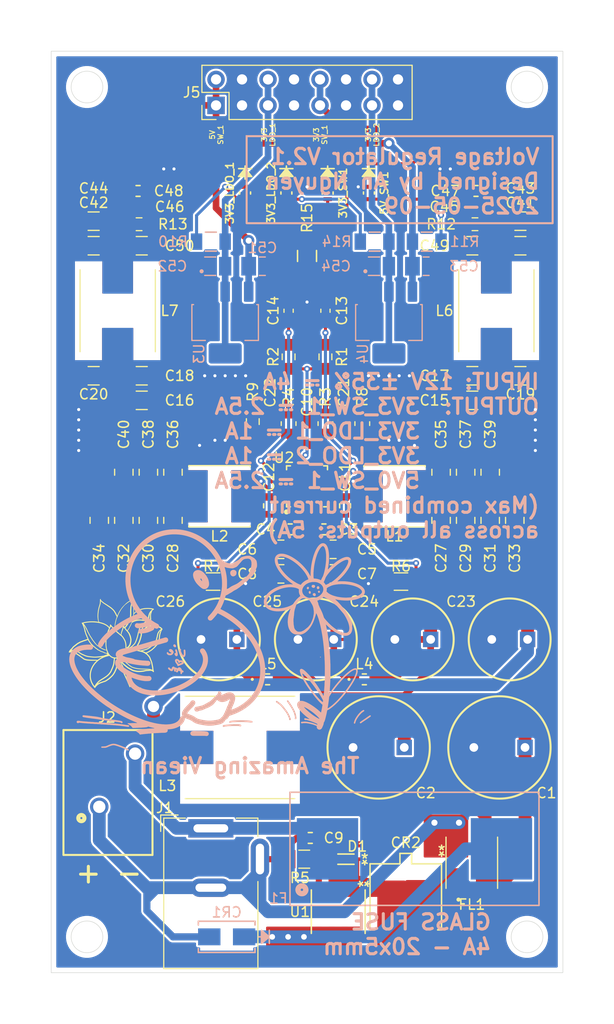
<source format=kicad_pcb>
(kicad_pcb (version 20241229) (generator "pcbnew") (generator_version "9.0")
  (layers (0 "F.Cu" signal) (2 "B.Cu" signal) (13 "F.Paste" user) (15 "B.Paste" user) (5 "F.SilkS" user "F.Silkscreen") (7 "B.SilkS" user "B.Silkscreen") (1 "F.Mask" user) (3 "B.Mask" user) (25 "Edge.Cuts" user))
  (net 0 "")
  (net 1 "PGND")
  (net 2 "Net-(3V3_LDO_1-Pad2)")
  (net 3 "Net-(3V3_LDO_2-Pad2)")
  (net 4 "Net-(3V3_SW1-Pad2)")
  (net 5 "Net-(5V_SW1-Pad2)")
  (net 6 "Net-(C1-+)")
  (net 7 "Vin_1")
  (net 8 "Vin_2")
  (net 9 "Zener")
  (net 10 "SYS_GND")
  (net 11 "VREG5")
  (net 12 "Net-(U2-VBST1)")
  (net 13 "SW1")
  (net 14 "SW2")
  (net 15 "Net-(U2-VBST2)")
  (net 16 "PG1")
  (net 17 "PG2")
  (net 18 "3.3V_1")
  (net 19 "5.0V_1")
  (net 20 "VFB1")
  (net 21 "VFB2")
  (net 22 "Net-(C23-+)")
  (net 23 "3.3V_2")
  (net 24 "5.0V_2")
  (net 25 "3.3V_LDO_1")
  (net 26 "3.3V_LDO_2")
  (net 27 "Net-(CR1-Pad1)")
  (net 28 "V_Source")
  (net 29 "V_Bat")
  (net 30 "EN1")
  (net 31 "EN2")
  (footprint "PWR_MOD:CAPC3216X180N" (layer "F.Cu") (at 166.1 48.95 180)
    (property "Reference" "C49")
    (property "Value" "22µF" (hide yes))
  )
  (footprint "PWR_MOD:IND_1608_TDK" (layer "F.Cu") (at 155.55 91.3)
    (property "Reference" "L4")
    (property "Value" "3A" (hide yes))
  )
  (footprint "PWR_MOD:LED_SMLD12_ROM" (layer "F.Cu") (at 147.933333 43.8 -90)
    (property "Reference" "3V3_LDO_2")
    (property "Value" "LED_1.9V_Forward_SML-E12DWT86" (hide yes))
  )
  (footprint "PWR_MOD:CAPC3216X180N" (layer "F.Cu") (at 133.8 61.65)
    (property "Reference" "C18")
    (property "Value" "22µF" (hide yes))
  )
  (footprint "PWR_MOD:CAPC3216X180N" (layer "F.Cu") (at 129.1 46.55 180)
    (property "Reference" "C44")
    (property "Value" "22µF" (hide yes))
  )
  (footprint "PWR_MOD:CAPC1608X90N" (layer "F.Cu") (at 153.55 66.3 -90)
    (property "Reference" "C21")
    (property "Value" "0.01µF" (hide yes))
  )
  (footprint "PWR_MOD:CAPC3216X140N" (layer "F.Cu") (at 147.3996 78.6 180)
    (property "Reference" "C6")
    (property "Value" "10µF" (hide yes))
  )
  (footprint "PWR_MOD:CAPC3216X140N" (layer "F.Cu") (at 165.45 75.771968 -90)
    (property "Reference" "C29")
    (property "Value" "10µF" (hide yes))
  )
  (footprint "Symbol:Lotus" (layer "F.Cu") (at 131.316467 87.770119)
    (property "Reference" "G***" (hide yes))
    (property "Value" "LOGO" (hide yes))
  )
  (footprint "PWR_MOD:CAPPRD350W65D800H1300" (layer "F.Cu") (at 143.093 87.4 180)
    (property "Reference" "C26")
    (property "Value" "220µF" (hide yes))
  )
  (footprint "PWR_MOD:RC1206N_YAG" (layer "F.Cu") (at 149.95 49.95 90)
    (property "Reference" "R15")
    (property "Value" "73.2Ω" (hide yes))
  )
  (footprint "PWR_MOD:CAPC3216X140N" (layer "F.Cu") (at 167.85 75.771968 -90)
    (property "Reference" "C31")
    (property "Value" "10µF" (hide yes))
  )
  (footprint "PWR_MOD:RES_ERJP06D1003V" (layer "F.Cu") (at 148.15 59.8 90)
    (property "Reference" "R2")
    (property "Value" "100kΩ" (hide yes))
  )
  (footprint "PWR_MOD:CAP_CL10_SAM" (layer "F.Cu") (at 150.2672 106.7904 180)
    (property "Reference" "C9")
    (property "Value" "0.1µF" (hide yes))
  )
  (footprint "PWR_MOD:CAPC3216X140N" (layer "F.Cu") (at 132.05 71.071968 90)
    (property "Reference" "C40")
    (property "Value" "10µF" (hide yes))
  )
  (footprint "PWR_MOD:CAPC3216X140N" (layer "F.Cu") (at 165.45 71.071968 90)
    (property "Reference" "C37")
    (property "Value" "10µF" (hide yes))
  )
  (footprint "PWR_MOD:CAPC3216X140N" (layer "F.Cu") (at 132.05 75.771968 -90)
    (property "Reference" "C32")
    (property "Value" "10µF" (hide yes))
  )
  (footprint "PWR_MOD:CAPC3216X140N" (layer "F.Cu") (at 134.45 71.071968 90)
    (property "Reference" "C38")
    (property "Value" "10µF" (hide yes))
  )
  (footprint "PWR_MOD:CAPC3216X140N" (layer "F.Cu") (at 167.85 71.071968 90)
    (property "Reference" "C39")
    (property "Value" "10µF" (hide yes))
  )
  (footprint "PWR_MOD:CAP_CL10_SAM" (layer "F.Cu") (at 146.234468 74.35 90)
    (property "Reference" "C12")
    (property "Value" "0.1µF" (hide yes))
  )
  (footprint "PWR_MOD:RES_ERJ-PB6B1243V" (layer "F.Cu") (at 144.65 66.125 -90)
    (property "Reference" "R9")
    (property "Value" "124kΩ" (hide yes))
  )
  (footprint "PWR_MOD:CAP_CL10_SAM" (layer "F.Cu") (at 151.5996 76.65)
    (property "Reference" "C3")
    (property "Value" "0.1µF" (hide yes))
  )
  (footprint "PWR_MOD:IND_ETQP4M330KFM" (layer "F.Cu") (at 131.45 55.3 90)
    (property "Reference" "L7")
    (property "Value" "33µH" (hide yes))
  )
  (footprint "PWR_MOD:CAPC1608X90N" (layer "F.Cu") (at 133.435 45.15)
    (property "Reference" "C46")
    (property "Value" "1µF" (hide yes))
  )
  (footprint "PWR_MOD:IND_ETQP4M330KFM" (layer "F.Cu") (at 168.45 55.3 90)
    (property "Reference" "L6")
    (property "Value" "33µH" (hide yes))
  )
  (footprint "PWR_MOD:CAPPRD350W65D800H1300" (layer "F.Cu") (at 152.562 87.4 180)
    (property "Reference" "C25")
    (property "Value" "220µF" (hide yes))
  )
  (footprint "PWR_MOD:CAPC1608X90N" (layer "F.Cu") (at 166.465 45.15 180)
    (property "Reference" "C45")
    (property "Value" "1µF" (hide yes))
  )
  (footprint "Connector_BarrelJack:BarrelJack_Wuerth_6941xx301002" (layer "F.Cu") (at 140.55 105.85)
    (property "Reference" "J1")
    (property "Value" "Barrel_Jack_MountingPin" (hide yes))
  )
  (footprint "PWR_MOD:RES_ERJP06D1003V" (layer "F.Cu") (at 151.75 59.8 90)
    (property "Reference" "R1")
    (property "Value" "100kΩ" (hide yes))
  )
  (footprint "PWR_MOD:LED_SMLD12_ROM" (layer "F.Cu") (at 143.9 43.8 -90)
    (property "Reference" "3V3_LDO_1")
    (property "Value" "LED_1.9V_Forward_SML-E12DWT86" (hide yes))
  )
  (footprint "PWR_MOD:RSA0016B-IPC_A" (layer "F.Cu") (at 149.95 72.446969 90)
    (property "Reference" "U2")
    (property "Value" "IC_TPS54394RSAR" (hide yes))
  )
  (footprint "PWR_MOD:CAPC1608X90" (layer "F.Cu") (at 148.15 55.3 -90)
    (property "Reference" "C14")
    (property "Value" "4.7nF" (hide yes))
  )
  (footprint "PWR_MOD:RES_ERJ-PB6B1243V" (layer "F.Cu") (at 166.36 46.85 180)
    (property "Reference" "R12")
    (property "Value" "124kΩ" (hide yes))
  )
  (footprint "PWR_MOD:CAPC3216X140N" (layer "F.Cu") (at 163.05 75.771968 -90)
    (property "Reference" "C27")
    (property "Value" "10µF" (hide yes))
  )
  (footprint "PWR_MOD:CAPC3216X180N" (layer "F.Cu") (at 170.8 48.95)
    (property "Reference" "C41")
    (property "Value" "22µF" (hide yes))
  )
  (footprint "PWR_MOD:RESC3015X65N" (layer "F.Cu") (at 140.77 81.75 180)
    (property "Reference" "R7")
    (property "Value" "10kΩ" (hide yes))
  )
  (footprint "PWR_MOD:CAPC3216X180N" (layer "F.Cu") (at 170.8 61.65)
    (property "Reference" "C19")
    (property "Value" "22µF" (hide yes))
  )
  (footprint "PWR_MOD:CAP_CL10_SAM" (layer "F.Cu") (at 166.46 43.6 180)
    (property "Reference" "C47")
    (property "Value" "0.1µF" (hide yes))
  )
  (footprint "PWR_MOD:CAPC3216X180N" (layer "F.Cu") (at 129.1 48.95 180)
    (property "Reference" "C42")
    (property "Value" "22µF" (hide yes))
  )
  (footprint "PWR_MOD:RESC3015X65N" (layer "F.Cu") (at 159.13 81.75)
    (property "Reference" "R6")
    (property "Value" "10kΩ" (hide yes))
  )
  (footprint "PWR_MOD:IND_VLS6045EX-3R3N" (layer "F.Cu") (at 158.5 73.421968)
    (property "Reference" "L1")
    (property "Value" "3.3µH" (hide yes))
  )
  (footprint "PWR_MOD:CAPC3216X140N" (layer "F.Cu") (at 136.85 71.071968 90)
    (property "Reference" "C36")
    (property "Value" "10µF" (hide yes))
  )
  (footprint "PWR_MOD:CAPC3216X140N" (layer "F.Cu") (at 147.3996 81 180)
    (property "Reference" "C8")
    (property "Value" "10µF" (hide yes))
  )
  (footprint "PWR_MOD:SOD323F_DIO" (layer "F.Cu") (at 153.7534 108.8632 180)
    (property "Reference" "D1")
    (property "Value" "16V" (hide yes))
  )
  (footprint "PWR_MOD:RESC2012X60N" (layer "F.Cu") (at 151.75 66.322 -90)
    (property "Reference" "R3")
    (property "Value" "22.1kΩ" (hide yes))
  )
  (footprint "PWR_MOD:RES_ERJ-PB6B1243V" (layer "F.Cu") (at 133.54 46.85)
    (property "Reference" "R13")
    (property "Value" "124kΩ" (hide yes))
  )
  (footprint "PWR_MOD:CAPC3216X180N" (layer "F.Cu") (at 166.1 64.05 180)
    (property "Reference" "C15")
    (property "Value" "22µF" (hide yes))
  )
  (footprint "PWR_MOD:CAPC3216X140N" (layer "F.Cu") (at 163.05 71.071968 90)
    (property "Reference" "C35")
    (property "Value" "10µF" (hide yes))
  )
  (footprint "PWR_MOD:CAPC3216X140N" (layer "F.Cu") (at 152.5 81)
    (property "Reference" "C7")
    (property "Value" "10µF" (hide yes))
  )
  (footprint "PWR_MOD:CAPPRD500W65D1000H1600" (layer "F.Cu") (at 159.45 97.95 180)
    (property "Reference" "C2")
    (property "Value" "1000µF" (hide yes))
  )
  (footprint "PWR_MOD:CAPPRD350W65D800H1300" (layer "F.Cu") (at 162.031 87.4 180)
    (property "Reference" "C24")
    (property "Value" "220µF" (hide yes))
  )
  (footprint "PWR_MOD:CAPC3216X140N" (layer "F.Cu") (at 152.5 78.6)
    (property "Reference" "C5")
    (property "Value" "10µF" (hide yes))
  )
  (footprint "PWR_MOD:CAPC3216X180N" (layer "F.Cu") (at 129.1 61.65 180)
    (property "Reference" "C20")
    (property "Value" "22µF" (hide yes))
  )
  (footprint "PWR_MOD:LED_SMLD12_ROM" (layer "F.Cu") (at 151.966667 43.8 -90)
    (property "Reference" "3V3_SW1")
    (property "Value" "LED_1.9V_Forward_SML-E12DWT86" (hide yes))
  )
  (footprint "PWR_MOD:CAPC3216X180N" (layer "F.Cu") (at 133.8 48.95)
    (property "Reference" "C50")
    (property "Value" "22µF" (hide yes))
  )
  (footprint "PWR_MOD:CAPC3216X180N" (layer "F.Cu") (at 166.1 61.65 180)
    (property "Reference" "C17")
    (property "Value" "22µF" (hide yes))
  )
  (footprint "PWR_MOD:CAP_CL10_SAM" (layer "F.Cu") (at 133.44 43.6)
    (property "Reference" "C48")
    (property "Value" "0.1µF" (hide yes))
  )
  (footprint "PWR_MOD:RESC2012X60N" (layer "F.Cu") (at 155.35 66.322 -90)
    (property "Reference" "R8")
    (property "Value" "75kΩ" (hide yes))
  )
  (footprint "PWR_MOD:CAPC3216X180N" (layer "F.Cu") (at 133.8 64.05)
    (property "Reference" "C16")
    (property "Value" "22µF" (hide yes))
  )
  (footprint "PWR_MOD:CAPPRD350W65D800H1300" (layer "F.Cu") (at 171.5 87.4 180)
    (property "Reference" "C23")
    (property "Value" "220µF" (hide yes))
  )
  (footprint "PWR_MOD:CAPC3216X180N" (layer "F.Cu") (at 170.8 46.55)
    (property "Reference" "C43")
    (property "Value" "22µF" (hide yes))
  )
  (footprint "Connector_PinHeader_2.54mm:PinHeader_2x08_P2.54mm_Vertical" (layer "F.Cu") (at 141.06 35.245 90)
    (property "Reference" "J5")
    (property "Value" "Conn_02x08_Top_Bottom" (hide yes))
  )
  (footprint "PWR_MOD:SO8_DIO" (layer "F.Cu") (at 153 113.9904 -90)
    (property "Reference" "U1")
    (property "Value" "MOSFET_Pchannel_DMP3037LSS-13" (hide yes))
  )
  (footprint "PWR_MOD:IND_VLS6045EX-4R7M" (layer "F.Cu") (at 141.4 73.421968 180)
    (property "Reference" "L2")
    (property "Value" "4.7µH" (hide yes))
  )
  (footprint "PWR_MOD:CAPC1608X90" (layer "F.Cu") (at 151.75 55.3 -90)
    (property "Reference" "C13")
    (property "Value" "4.7nF" (hide yes))
  )
  (footprint "PWR_MOD:CAPPRD500W65D1000H1600" (layer "F.Cu") (at 171.25 97.95 180)
    (property "Reference" "C1")
    (property "Value" "1000µF" (hide yes))
  )
  (footprint "PWR_MOD:CAPC3216X140N" (layer "F.Cu") (at 129.65 75.771968 -90)
    (property "Reference" "C34")
    (property "Value" "10µF" (hide yes))
  )
  (footprint "PWR_MOD:CAP_CL10_SAM" (layer "F.Cu") (at 148.3 76.65 180)
    (property "Reference" "C4")
    (property "Value" "0.1µF" (hide yes))
  )
  (footprint "PWR_MOD:CAPC3216X140N" (layer "F.Cu") (at 170.25 75.771968 -90)
    (property "Reference" "C33")
    (property "Value" "10µF" (hide yes))
  )
  (footprint "PWR_MOD:FIL_ACMP-5025-251-T" (layer "F.Cu") (at 166.05 109.2118 90)
    (property "Reference" "FL1")
    (property "Value" "Common Mode Chokes 5A" (hide yes))
  )
  (footprint "PWR_MOD:CAPC3216X140N" (layer "F.Cu") (at 136.85 75.771968 -90)
    (property "Reference" "C28")
    (property "Value" "10µF" (hide yes))
  )
  (footprint "PWR_MOD:691412120002B" (layer "F.Cu") (at 131.4 101.15)
    (property "Reference" "J2")
    (property "Value" "691412120002B" (hide yes))
  )
  (footprint "PWR_MOD:DPAK_6p73x6p22-2p286_STM" (layer "F.Cu") (at 159.6 112.5426 180)
    (property "Reference" "CR2")
    (property "Value" "10A" (hide yes))
  )
  (footprint "PWR_MOD:LED_SMLD12_ROM" (layer "F.Cu") (at 156 43.8 -90)
    (property "Reference" "5V_SW1")
    (property "Value" "LED_1.9V_Forward_SML-E12DWT86" (hide yes))
  )
  (footprint "PWR_MOD:CAPC1608X90N" (layer "F.Cu") (at 149.95 67.3 90)
    (property "Reference" "C10")
    (property "Value" "1µF" (hide yes))
  )
  (footprint "PWR_MOD:CAPC1608X90N" (layer "F.Cu") (at 146.35 66.3 -90)
    (property "Reference" "C22")
    (property "Value" "0.01µF" (hide yes))
  )
  (footprint "PWR_MOD:IND_1608_TDK" (layer "F.Cu") (at 146.1 91.3)
    (property "Reference" "L5")
    (property "Value" "3A" (hide yes))
  )
  (footprint "PWR_MOD:CAPC3216X140N" (layer "F.Cu") (at 134.45 75.771968 -90)
    (property "Reference" "C30")
    (property "Value" "10µF" (hide yes))
  )
  (footprint "PWR_MOD:RESC2012X60N" (layer "F.Cu") (at 148.15 66.322 -90)
    (property "Reference" "R4")
    (property "Value" "22.1kΩ" (hide yes))
  )
  (footprint "PWR_MOD:CAP_CL10_SAM" (layer "F.Cu") (at 153.665532 74.35 90)
    (property "Reference" "C11")
    (property "Value" "0.1µF" (hide yes))
  )
  (footprint "PWR_MOD:IND_ETQP4M330KVC" (layer "F.Cu") (at 143.4 97.95 180)
    (property "Reference" "L3")
    (property "Value" "33µH" (hide yes))
  )
  (footprint "PWR_MOD:RESC3116X65N" (layer "F.Cu") (at 149.675 108.8632 180)
    (property "Reference" "R5")
    (property "Value" "220Ω" (hide yes))
  )
  (footprint "PWR_MOD:CAPC3216X180N" (layer "B.Cu") (at 140.49 50.95 180)
    (property "Reference" "C52")
    (property "Value" "22µF" (hide yes))
  )
  (footprint "PWR_MOD:CAPC3216X180N" (layer "B.Cu") (at 156.49 50.95 180)
    (property "Reference" "C54")
    (property "Value" "22µF" (hide yes))
  )
  (footprint "PWR_MOD:Logo_Drawing" (layer "B.Cu") (at 141.593888 86.810023 180)
    (property "Reference" "The Amazing Viean")
    (property "Value" "LOGO" (hide yes))
  )
  (footprint "PWR_MOD:RC1206N_YAG" (layer "B.Cu") (at 156.553 48.55 180)
    (property "Reference" "R14")
    (property "Value" "73.2Ω" (hide yes))
  )
  (footprint "PWR_MOD:RC1206N_YAG" (layer "B.Cu") (at 161.647 48.55)
    (property "Reference" "R11")
    (property "Value" "162Ω" (hide yes))
  )
  (footprint "PWR_MOD:SOT230P700X180-4N" (layer "B.Cu") (at 157.95 56.45 -90)
    (property "Reference" "U4")
    (property "Value" "IC_LDO_LDL1117S33R" (hide yes))
  )
  (footprint "PWR_MOD:FUSE_31.8221_SCH" (layer "B.Cu") (at 160.45 107.8528)
    (property "Reference" "F1")
    (property "Value" "4A (max)" (hide yes))
  )
  (footprint "PWR_MOD:CAPC3216X140N" (layer "B.Cu") (at 161.586 50.95)
    (property "Reference" "C53")
    (property "Value" "10µF" (hide yes))
  )
  (footprint "PWR_MOD:CAPC3216X140N" (layer "B.Cu") (at 145.586 50.95)
    (property "Reference" "C51")
    (property "Value" "10µF" (hide yes))
  )
  (footprint "PWR_MOD:RC1206N_YAG" (layer "B.Cu") (at 140.553 48.55 180)
    (property "Reference" "R10")
    (property "Value" "73.2Ω" (hide yes))
  )
  (footprint "PWR_MOD:SOT230P700X180-4N" (layer "B.Cu") (at 141.95 56.45 -90)
    (property "Reference" "U3")
    (property "Value" "IC_LDO_LDL1117S33R" (hide yes))
  )
  (footprint "PWR_MOD:SMASeries_LTF" (layer "B.Cu") (at 142.1 116.45 180)
    (property "Reference" "CR1")
    (property "Value" "17V" (hide yes))
  )
  (gr_line (start 163.15 38.05) (end 162.975 37.575) (stroke (width 0.3)) (layer "F.Cu") (net 23))
  (gr_line (start 143.15 85.4125) (end 143.65 85.7875) (stroke (width 0.3)) (layer "F.Cu") (net 8))
  (gr_line (start 150.65 65.325) (end 150.15 65.875) (stroke (width 0.4)) (layer "F.Cu") (net 1))
  (gr_line (start 143.15 85.6) (end 143.45 85.85) (stroke (width 0.3)) (layer "F.Cu") (net 8))
  (gr_line (start 162.9375 38.2375) (end 162.7625 37.7625) (stroke (width 0.3)) (layer "F.Cu") (net 23))
  (gr_line (start 149.35 65.35) (end 149.85 65.95) (stroke (width 0.4)) (layer "F.Cu") (net 1))
  (gr_line (start 143.1 85.075) (end 143.8 85.625) (stroke (width 0.3)) (layer "F.Cu") (net 8))
  (gr_line (start 158 95.45) (end 160.85 95.45) (stroke (width 1.25)) (layer "F.Cu") (net 6))
  (gr_line (start 135.35 111.9) (end 134.35 112.9) (stroke (width 0.6)) (layer "B.Cu") (net 10))
  (gr_line (start 144.7 110.9) (end 144.7 112.4) (stroke (width 0.4)) (layer "B.Cu") (net 10))
  (gr_circle (center 128.45 33.45) (end 130 33.45) (stroke (width 0.05)) (fill no) (layer "Edge.Cuts"))
  (gr_circle (center 128.45 116.45) (end 130 116.45) (stroke (width 0.05)) (fill no) (layer "Edge.Cuts"))
  (gr_circle (center 171.45 116.45) (end 173 116.45) (stroke (width 0.05)) (fill no) (layer "Edge.Cuts"))
  (gr_circle (center 171.45 33.45) (end 173 33.45) (stroke (width 0.05)) (fill no) (layer "Edge.Cuts"))
  (gr_rect (start 124.95 29.95) (end 174.95 119.95) (stroke (width 0.05)) (fill no) (layer "Edge.Cuts"))
  (gr_text "3V3\nSW_1\n" (at 151.954486 38.111907 90) (layer "F.SilkS") (effects (font (size 0.5 0.5) (thickness 0.1)) (justify bottom)))
  (gr_text "5V\nSW_1" (at 141.794486 38.111907 90) (layer "F.SilkS") (effects (font (size 0.5 0.5) (thickness 0.1)) (justify bottom)))
  (gr_text "3V3\nLDO_2" (at 157.034486 38.111906 90) (layer "F.SilkS") (effects (font (size 0.5 0.5) (thickness 0.1)) (justify bottom)))
  (gr_text "3V3\nLDO_1" (at 146.874486 38.111906 90) (layer "F.SilkS") (effects (font (size 0.5 0.5) (thickness 0.1)) (justify bottom)))
  (gr_text "+ -" (at 127.15 111.35 0) (layer "F.SilkS") (effects (font (size 2 2) (thickness 0.3) (bold yes)) (justify left bottom)))
  (gr_text "INPUT: 12V ±35% ⎓ 4A\nOUTPUT:	3V3_SW_1 ⎓ 2.5A\n		3V3_LDO_1 ⎓ 1A\n		3V3_LDO_2 ⎓ 1A\n		5V0_SW_1 ⎓ 2.5A\n(Max combined current \nacross all outputs: 5A)" (at 172.8 77.6 0) (layer "B.SilkS") (effects (font (size 1.5 1.5) (thickness 0.3) (bold yes)) (justify left bottom mirror)))
  (gr_text "GLASS FUSE\n4A - 20x5mm" (at 168.1 118.3 0) (layer "B.SilkS") (effects (font (size 1.5 1.5) (thickness 0.3) (bold yes)) (justify left bottom mirror)))
  (gr_text_box "Voltage Regulator V2.1\nDesigned by An Nguyen\n2025-05-09\n" (start 144.05 38.25) (end 173.95 46.75) (margins 1.225 1.225 1.225 1.225) (layer "B.SilkS") (effects (font (size 1.5 1.5) (thickness 0.3) (bold yes)) (justify left top mirror)) (border yes) (stroke (width 0.2)))
  (segment (start 153.836 78.6) (end 153.836 77.436) (width 0.5) (layer "F.Cu") (net 1))
  (segment (start 139.45 30.95) (end 141.845 30.95) (width 0.5) (layer "F.Cu") (net 1))
  (segment (start 165.6322 43.6) (end 165.6322 42.1322) (width 0.3) (layer "F.Cu") (net 1))
  (segment (start 151.966667 43.19675) (end 149.95 43.19675) (width 0.3) (layer "F.Cu") (net 1))
  (segment (start 149.95 66.3) (end 149.95 65.344) (width 0.5) (layer "F.Cu") (net 1))
  (segment (start 146.27197 72.77197) (end 145.45 71.95) (width 0.3) (layer "F.Cu") (net 1))
  (segment (start 160.45 68.45) (end 159.95 67.95) (width 0.5) (layer "F.Cu") (net 1))
  (segment (start 156 43.19675) (end 154.95325 43.19675) (width 0.3) (layer "F.Cu") (net 1))
  (segment (start 153.62803 72.77197) (end 154.45 71.95) (width 0.3) (layer "F.Cu") (net 1))
  (segment (start 150.275001 72.121968) (end 149.95 72.446969) (width 0.3) (layer "F.Cu") (net 1))
  (segment (start 154.65 61.65) (end 151.75 64.55) (width 0.5) (layer "F.Cu") (net 1))
  (segment (start 138.164032 69.735968) (end 139.45 68.45) (width 0.5) (layer "F.Cu") (net 1))
  (segment (start 127.64 61.65) (end 127.64 64.95) (width 0.5) (layer "F.Cu") (net 1))
  (segment (start 167.85 69.735968) (end 163.05 69.735968) (width 0.5) (layer "F.Cu") (net 1))
  (segment (start 172.26 67.95) (end 172.26 68.95) (width 0.5) (layer "F.Cu") (net 1))
  (segment (start 157.95 61.65) (end 156.95 61.65) (width 0.5) (layer "F.Cu") (net 1))
  (segment (start 127.64 64.95) (end 127.64 65.95) (width 0.5) (layer "F.Cu") (net 1))
  (segment (start 139.45 68.45) (end 139.95 67.95) (width 0.5) (layer "F.Cu") (net 1))
  (segment (start 139.95 67.95) (end 140.95 67.95) (width 0.5) (layer "F.Cu") (net 1))
  (segment (start 172.26 68.95) (end 172.26 76.29) (width 0.5) (layer "F.Cu") (net 1))
  (segment (start 135.95 41.45) (end 136.95 41.45) (width 0.3) (layer "F.Cu") (net 1))
  (segment (start 172.26 65.95) (end 172.26 66.95) (width 0.5) (layer "F.Cu") (net 1))
  (segment (start 143.95 61.65) (end 145.275 61.65) (width 0.5) (layer "F.Cu") (net 1))
  (segment (start 142.95 61.65) (end 143.95 61.65) (width 0.5) (layer "F.Cu") (net 1))
  (segment (start 127.64 65.95) (end 127.64 66.95) (width 0.5) (layer "F.Cu") (net 1))
  (segment (start 135.26 64.05) (end 135.26 61.65) (width 0.5) (layer "F.Cu") (net 1))
  (segment (start 155.95 61.65) (end 154.65 61.65) (width 0.5) (layer "F.Cu") (net 1))
  (segment (start 153.836 81) (end 155 81) (width 0.5) (layer "F.Cu") (net 1))
  (segment (start 136.85 77.107968) (end 129.65 77.107968) (width 0.5) (layer "F.Cu") (net 1))
  (segment (start 127.64 67.95) (end 127.64 68.95) (width 0.5) (layer "F.Cu") (net 1))
  (segment (start 172.26 61.65) (end 172.26 64.95) (width 0.5) (layer "F.Cu") (net 1))
  (segment (start 163.05 77.107968) (end 170.25 77.107968) (width 0.5) (layer "F.Cu") (net 1))
  (segment (start 141.95 61.65) (end 142.95 61.65) (width 0.5) (layer "F.Cu") (net 1))
  (segment (start 134.2678 43.6) (end 134.2678 42.1322) (width 0.3) (layer "F.Cu") (net 1))
  (segment (start 172.26 64.95) (end 172.26 65.95) (width 0.5) (layer "F.Cu") (net 1))
  (segment (start 144.9 81) (end 143.95 81.95) (width 0.5) (layer "F.Cu") (net 1))
  (segment (start 167.35 104.55) (end 166.25 103.45) (width 1.25) (layer "F.Cu") (net 1))
  (segment (start 164.64 61.65) (end 164.64 64.05) (width 0.5) (layer "F.Cu") (net 1))
  (segment (start 159.95 67.95) (end 158.95 67.95) (width 0.5) (layer "F.Cu") (net 1))
  (segment (start 149.95 54.45) (end 151.75 54.45) (width 0.3) (layer "F.Cu") (net 1))
  (segment (start 171.442032 77.107968) (end 170.25 77.107968) (width 0.5) (layer "F.Cu") (net 1))
  (segment (start 172.26 48.95) (end 172.26 46.55) (width 0.5) (layer "F.Cu") (net 1))
  (segment (start 146.0636 81) (end 144.9 81) (width 0.5) (layer "F.Cu") (net 1))
  (segment (start 145.275 61.65) (end 148.15 64.525) (width 0.5) (layer "F.Cu") (net 1))
  (segment (start 164.95 41.45) (end 163.95 41.45) (width 0.3) (layer "F.Cu") (net 1))
  (segment (start 127.64 66.95) (end 127.64 67.95) (width 0.5) (layer "F.Cu") (net 1))
  (segment (start 146.0636 77.4364) (end 146.85 76.65) (width 0.5) (layer "F.Cu") (net 1))
  (segment (start 134.95 41.45) (end 135.95 41.45) (width 0.3) (layer "F.Cu") (net 1))
  (segment (start 172.26 66.95) (end 172.26 67.95) (width 0.5) (layer "F.Cu") (net 1))
  (segment (start 158.95 61.65) (end 157.95 61.65) (width 0.5) (layer "F.Cu") (net 1))
  (segment (start 167.35 107.4118) (end 167.35 104.55) (width 1.25) (layer "F.Cu") (net 1))
  (segment (start 148.15 65.344) (end 149.95 65.344) (width 0.5) (layer "F.Cu") (net 1))
  (segment (start 153.836 77.436) (end 153.05 76.65) (width 0.5) (layer "F.Cu") (net 1))
  (segment (start 155 81) (end 155.95 81.95) (width 0.5) (layer "F.Cu") (net 1))
  (segment (start 153.836 81) (end 153.836 78.6) (width 0.5) (layer "F.Cu") (net 1))
  (segment (start 149.95 65.344) (end 151.75 65.344) (width 0.5) (layer "F.Cu") (net 1))
  (segment (start 139.95 61.65) (end 140.95 61.65) (width 0.5) (layer "F.Cu") (net 1))
  (segment (start 127.64 76.29) (end 128.457968 77.107968) (width 0.5) (layer "F.Cu") (net 1))
  (segment (start 166.25 103.45) (end 166.25 97.95) (width 1.25) (layer "F.Cu") (net 1))
  (segment (start 148.15 54.45) (end 149.95 54.45) (width 0.3) (layer "F.Cu") (net 1))
  (segment (start 163.95 41.45) (end 162.95 41.45) (width 0.3) (layer "F.Cu") (net 1))
  (segment (start 147.946969 72.77197) (end 146.27197 72.77197) (width 0.3) (layer "F.Cu") (net 1))
  (segment (start 132.05 69.735968) (end 136.85 69.735968) (width 0.5) (layer "F.Cu") (net 1))
  (segment (start 127.64 68.95) (end 127.64 76.29) (width 0.5) (layer "F.Cu") (net 1))
  (segment (start 146.0636 78.6) (end 146.0636 77.4364) (width 0.5) (layer "F.Cu") (net 1))
  (segment (start 140.95 67.95) (end 141.95 67.95) (width 0.5) (layer "F.Cu") (net 1))
  (segment (start 140.95 61.65) (end 141.95 61.65) (width 0.5) (layer "F.Cu") (net 1))
  (segment (start 134.2678 42.1322) (end 134.95 41.45) (width 0.3) (layer "F.Cu") (net 1))
  (segment (start 146.85 76.65) (end 147.4722 76.65) (width 0.5) (layer "F.Cu") (net 1))
  (segment (start 161.735968 69.735968) (end 160.45 68.45) (width 0.5) (layer "F.Cu") (net 1))
  (segment (start 147.946969 72.77197) (end 149.624999 72.77197) (width 0.3) (layer "F.Cu") (net 1))
  (segment (start 151.953031 72.77197) (end 153.62803 72.77197) (width 0.3) (layer "F.Cu") (net 1))
  (segment (start 159.95 61.65) (end 158.95 61.65) (width 0.5) (layer "F.Cu") (net 1))
  (segment (start 135.26 61.65) (end 139.95 61.65) (width 0.5) (layer "F.Cu") (net 1))
  (segment (start 172.26 76.29) (end 171.442032 77.107968) (width 0.5) (layer "F.Cu") (net 1))
  (segment (start 149.95 43.19675) (end 143.9 43.19675) (width 0.3) (layer "F.Cu") (net 1))
  (segment (start 141.845 30.95) (end 143.6 32.705) (width 0.5) (layer "F.Cu") (net 1))
  (segment (start 127.64 46.55) (end 127.64 42.76) (width 0.5) (layer "F.Cu") (net 1))
  (segment (start 158.95 67.95) (end 157.95 67.95) (width 0.5) (layer "F.Cu") (net 1))
  (segment (start 162.155 32.705) (end 158.84 32.705) (width 0.5) (layer "F.Cu") (net 1))
  (segment (start 150.275001 72.77197) (end 149.95 72.446969) (width 0.3) (layer "F.Cu") (net 1))
  (segment (start 149.624999 72.77197) (end 149.95 72.446969) (width 0.3) (layer "F.Cu") (net 1))
  (segment (start 127.64 42.76) (end 139.45 30.95) (width 0.5) (layer "F.Cu") (net 1))
  (segment (start 128.457968 77.107968) (end 129.65 77.107968) (width 0.5) (layer "F.Cu") (net 1))
  (segment (start 163.05 69.735968) (end 161.735968 69.735968) (width 0.5) (layer "F.Cu") (net 1))
  (segment (start 165.6322 42.1322) (end 164.95 41.45) (width 0.3) (layer "F.Cu") (net 1))
  (segment (start 146.0636 81) (end 146.0636 78.6) (width 0.5) (layer "F.Cu") (net 1))
  (segment (start 172.26 42.81) (end 162.155 32.705) (width 0.5) (layer "F.Cu") (net 1))
  (segment (start 156.95 61.65) (end 155.95 61.65) (width 0.5) (layer "F.Cu") (net 1))
  (segment (start 164.64 61.65) (end 159.95 61.65) (width 0.5) (layer "F.Cu") (net 1))
  (segment (start 172.26 46.55) (end 172.26 42.81) (width 0.5) (layer "F.Cu") (net 1))
  (segment (start 136.85 69.735968) (end 138.164032 69.735968) (width 0.5) (layer "F.Cu") (net 1))
  (segment (start 151.953031 72.77197) (end 150.275001 72.77197) (width 0.3) (layer "F.Cu") (net 1))
  (segment (start 153.05 76.65) (end 152.4274 76.65) (width 0.5) (layer "F.Cu") (net 1))
  (segment (start 148.15 64.525) (end 148.15 65.344) (width 0.5) (layer "F.Cu") (net 1))
  (segment (start 127.64 48.95) (end 127.64 46.55) (width 0.5) (layer "F.Cu") (net 1))
  (segment (start 151.75 64.55) (end 151.75 65.344) (width 0.5) (layer "F.Cu") (net 1))
  (segment (start 150.275001 70.443938) (end 150.275001 72.121968) (width 0.3) (layer "F.Cu") (net 1))
  (via (at 172.26 65.95) (size 0.6) (drill 0.3) (layers "F.Cu" "B.Cu") (net 1))
  (via (at 154.95325 43.19675) (size 0.6) (drill 0.3) (layers "F.Cu" "B.Cu") (net 1))
  (via (at 172.26 66.95) (size 0.6) (drill 0.3) (layers "F.Cu" "B.Cu") (net 1))
  (via (at 127.64 67.95) (size 0.6) (drill 0.3) (layers "F.Cu" "B.Cu") (net 1))
  (via (at 162.95 41.45) (size 0.6) (drill 0.3) (layers "F.Cu" "B.Cu") (net 1))
  (via (at 145.45 71.95) (size 0.6) (drill 0.3) (layers "F.Cu" "B.Cu") (net 1))
  (via (at 143.95 61.65) (size 0.6) (drill 0.3) (layers "F.Cu" "B.Cu") (net 1))
  (via (at 157.95 67.95) (size 0.6) (drill 0.3) (layers "F.Cu" "B.Cu") (net 1))
  (via (at 127.64 68.95) (size 0.6) (drill 0.3) (layers "F.Cu" "B.Cu") (net 1))
  (via (at 149.95 54.45) (size 0.6) (drill 0.3) (layers "F.Cu" "B.Cu") (net 1))
  (via (at 141.95 61.65) (size 0.6) (drill 0.3) (layers "F.Cu" "B.Cu") (net 1))
  (via (at 149.95 43.19675) (size 0.6) (drill 0.3) (layers "F.Cu" "B.Cu") (net 1))
  (via (at 158.95 61.65) (size 0.6) (drill 0.3) (layers "F.Cu" "B.Cu") (net 1))
  (via (at 172.26 67.95) (size 0.6) (drill 0.3) (layers "F.Cu" "B.Cu") (net 1))
  (via (at 154.45 71.95) (size 0.6) (drill 0.3) (layers "F.Cu" "B.Cu") (net 1))
  (via (at 155.95 81.95) (size 0.6) (drill 0.3) (layers "F.Cu" "B.Cu") (net 1))
  (via (at 155.95 61.65) (size 0.6) (drill 0.3) (layers "F.Cu" "B.Cu") (net 1))
  (via (at 139.95 61.65) (size 0.6) (drill 0.3) (layers "F.Cu" "B.Cu") (net 1))
  (via (at 156.95 61.65) (size 0.6) (drill 0.3) (layers "F.Cu" "B.Cu") (net 1))
  (via (at 135.95 41.45) (size 0.6) (drill 0.3) (layers "F.Cu" "B.Cu") (net 1))
  (via (at 158.95 67.95) (size 0.6) (drill 0.3) (layers "F.Cu" "B.Cu") (net 1))
  (via (at 139.45 68.45) (size 0.6) (drill 0.3) (layers "F.Cu" "B.Cu") (net 1))
  (via (at 172.26 68.95) (size 0.6) (drill 0.3) (layers "F.Cu" "B.Cu") (net 1))
  (via (at 142.95 61.65) (size 0.6) (drill 0.3) (layers "F.Cu" "B.Cu") (net 1))
  (via (at 140.95 61.65) (size 0.6) (drill 0.3) (layers "F.Cu" "B.Cu") (net 1))
  (via (at 143.95 81.95) (size 0.6) (drill 0.3) (layers "F.Cu" "B.Cu") (net 1))
  (via (at 160.45 68.45) (size 0.6) (drill 0.3) (layers "F.Cu" "B.Cu") (net 1))
  (via (at 127.64 65.95) (size 0.6) (drill 0.3) (layers "F.Cu" "B.Cu") (net 1))
  (via (at 159.95 61.65) (size 0.6) (drill 0.3) (layers "F.Cu" "B.Cu") (net 1))
  (via (at 136.95 41.45) (size 0.6) (drill 0.3) (layers "F.Cu" "B.Cu") (net 1))
  (via (at 172.26 64.95) (size 0.6) (drill 0.3) (layers "F.Cu" "B.Cu") (net 1))
  (via (at 157.95 61.65) (size 0.6) (drill 0.3) (layers "F.Cu" "B.Cu") (net 1))
  (via (at 127.64 64.95) (size 0.6) (drill 0.3) (layers "F.Cu" "B.Cu") (net 1))
  (via (at 163.95 41.45) (size 0.6) (drill 0.3) (layers "F.Cu" "B.Cu") (net 1))
  (via (at 127.64 66.95) (size 0.6) (drill 0.3) (layers "F.Cu" "B.Cu") (net 1))
  (via (at 140.95 67.95) (size 0.6) (drill 0.3) (layers "F.Cu" "B.Cu") (net 1))
  (via (at 141.95 67.95) (size 0.6) (drill 0.3) (layers "F.Cu" "B.Cu") (net 1))
  (segment (start 143.15325 44.40325) (end 141.95 43.2) (width 0.3) (layer "F.Cu") (net 2))
  (segment (start 143.9 44.40325) (end 143.15325 44.40325) (width 0.3) (layer "F.Cu") (net 2))
  (via (at 141.95 43.2) (size 0.6) (drill 0.3) (layers "F.Cu" "B.Cu") (net 2))
  (segment (start 141.95 43.2) (end 139.156 45.994) (width 0.3) (layer "B.Cu") (net 2))
  (segment (start 139.156 45.994) (end 139.156 48.55) (width 0.3) (layer "B.Cu") (net 2))
  (segment (start 147.933333 44.40325) (end 149.44675 44.40325) (width 0.3) (layer "F.Cu") (net 3))
  (via (at 149.44675 44.40325) (size 0.6) (drill 0.3) (layers "F.Cu" "B.Cu") (net 3))
  (segment (start 149.44675 44.40325) (end 149.45 44.4) (width 0.3) (layer "B.Cu") (net 3))
  (segment (start 155.156 45.856) (end 155.156 48.55) (width 0.3) (layer "B.Cu") (net 3))
  (segment (start 149.45 44.4) (end 153.7 44.4) (width 0.3) (layer "B.Cu") (net 3))
  (segment (start 153.7 44.4) (end 155.156 45.856) (width 0.3) (layer "B.Cu") (net 3))
  (segment (start 151.966667 44.40325) (end 151.966667 47.533333) (width 0.3) (layer "F.Cu") (net 4))
  (segment (start 150.947 48.553) (end 149.95 48.553) (width 0.3) (layer "F.Cu") (net 4))
  (segment (start 151.966667 47.533333) (end 150.947 48.553) (width 0.3) (layer "F.Cu") (net 4))
  (segment (start 161.49125 44.40325) (end 163.044 45.956) (width 0.3) (layer "F.Cu") (net 5))
  (segment (start 156 44.40325) (end 161.49125 44.40325) (width 0.3) (layer "F.Cu") (net 5))
  (via (at 163.044 45.956) (size 0.6) (drill 0.3) (layers "F.Cu" "B.Cu") (net 5))
  (segment (start 163.044 48.55) (end 163.044 45.956) (width 0.3) (layer "B.Cu") (net 5))
  (segment (start 171.25 96.75) (end 171.25 97.95) (width 1.25) (layer "F.Cu") (net 6))
  (segment (start 150.5 97.95) (end 147.713 97.95) (width 1.25) (layer "F.Cu") (net 6))
  (segment (start 153 95.45) (end 150.5 97.95) (width 1.25) (layer "F.Cu") (net 6))
  (segment (start 159.45 96.7) (end 160.7 95.45) (width 1.25) (layer "F.Cu") (net 6))
  (segment (start 160.7 95.45) (end 169.95 95.45) (width 1.25) (layer "F.Cu") (net 6))
  (segment (start 159.45 97.95) (end 159.45 96.75) (width 1.25) (layer "F.Cu") (net 6))
  (segment (start 171.25 97.95) (end 171.25 108.85) (width 1.25) (layer "F.Cu") (net 6))
  (segment (start 159.45 96.75) (end 158.15 95.45) (width 1.25) (layer "F.Cu") (net 6))
  (segment (start 158.15 95.45) (end 153 95.45) (width 1.25) (layer "F.Cu") (net 6))
  (segment (start 169.0882 111.0118) (end 167.35 111.0118) (width 1.25) (layer "F.Cu") (net 6))
  (segment (start 159.45 97.95) (end 159.45 96.7) (width 1.25) (layer "F.Cu") (net 6))
  (segment (start 171.25 108.85) (end 169.0882 111.0118) (width 1.25) (layer "F.Cu") (net 6))
  (segment (start 169.95 95.45) (end 171.25 96.75) (width 1.25) (layer "F.Cu") (net 6))
  (segment (start 153.9 91.3) (end 152.562 89.962) (width 0.65) (layer "F.Cu") (net 7))
  (segment (start 151.164 84.914) (end 151.164 81) (width 0.65) (layer "F.Cu") (net 7))
  (segment (start 154 87.4) (end 152.562 87.4) (width 0.3) (layer "F.Cu") (net 7))
  (segment (start 152.562 87.4) (end 152.562 86.312) (width 0.65) (layer "F.Cu") (net 7))
  (segment (start 154.7222 91.3) (end 153.9 91.3) (width 0.65) (layer "F.Cu") (net 7))
  (segment (start 157.66 83.74) (end 154 87.4) (width 0.3) (layer "F.Cu") (net 7))
  (segment (start 157.66 81.75) (end 157.66 83.74) (width 0.3) (layer "F.Cu") (net 7))
  (segment (start 152.562 89.962) (end 152.562 87.4) (width 0.65) (layer "F.Cu") (net 7))
  (segment (start 152.562 86.312) (end 151.164 84.914) (width 0.65) (layer "F.Cu") (net 7))
  (segment (start 142.24 81.75) (end 142.24 82.89) (width 0.3) (layer "F.Cu") (net 8))
  (segment (start 145.2722 91.3) (end 144.35 91.3) (width 0.65) (layer "F.Cu") (net 8))
  (segment (start 142.24 82.89) (end 143.093 83.743) (width 0.3) (layer "F.Cu") (net 8))
  (segment (start 144.35 91.3) (end 143.093 90.043) (width 0.65) (layer "F.Cu") (net 8))
  (segment (start 148.7356 83.3144) (end 148.7356 81) (width 0.65) (layer "F.Cu") (net 8))
  (segment (start 144.5 84.9) (end 147.15 84.9) (width 0.65) (layer "F.Cu") (net 8))
  (segment (start 147.15 84.9) (end 148.7356 83.3144) (width 0.65) (layer "F.Cu") (net 8))
  (segment (start 143.093 83.743) (end 143.093 87.4) (width 0.3) (layer "F.Cu") (net 8))
  (segment (start 143.093 90.043) (end 143.093 87.4) (width 0.65) (layer "F.Cu") (net 8))
  (segment (start 143.093 86.307) (end 144.5 84.9) (width 0.65) (layer "F.Cu") (net 8))
  (segment (start 143.093 87.4) (end 143.093 86.307) (width 0.65) (layer "F.Cu") (net 8))
  (segment (start 153.2118 107.4118) (end 152.5904 106.7904) (width 0.6) (layer "F.Cu") (net 9))
  (segment (start 157.325001 107.4118) (end 153.2118 107.4118) (width 0.6) (layer "F.Cu") (net 9))
  (segment (start 152.5904 106.7904) (end 151.095 106.7904) (width 0.6) (layer "F.Cu") (net 9))
  (segment (start 145.3632 108.8632) (end 145.35 108.85) (width 0.3) (layer "F.Cu") (net 10))
  (segment (start 148.9096 106.7904) (end 148.255 107.445) (width 0.6) (layer "F.Cu") (net 10))
  (segment (start 148.255 107.445) (end 148.255 108.8632) (width 0.6) (layer "F.Cu") (net 10))
  (segment (start 148.9096 106.7904) (end 149.4394 106.7904) (width 0.6) (layer "F.Cu") (net 10))
  (segment (start 148.255 108.8632) (end 145.3632 108.8632) (width 0.6) (layer "F.Cu") (net 10))
  (via (at 164.8 105.3) (size 1.1) (drill 0.6) (layers "F.Cu" "B.Cu") (net 10))
  (via (at 162.4 105.3) (size 1.1) (drill 0.6) (layers "F.Cu" "B.Cu") (net 10))
  (segment (start 164.8 105.3) (end 162.4 105.3) (width 1.25) (layer "B.Cu") (net 10))
  (segment (start 146.15 114) (end 145.325 113.175) (width 1.25) (layer "B.Cu") (net 10))
  (segment (start 136.85 116.45) (end 134.3 113.9) (width 0.7) (layer "B.Cu") (net 10))
  (segment (start 162.4 105.3) (end 162.3 105.3) (width 1.25) (layer "B.Cu") (net 10))
  (segment (start 162.3 105.3) (end 153.6 114) (width 1.25) (layer "B.Cu") (net 10))
  (segment (start 129.65 103.75) (end 129.65 107) (width 1.25) (layer "B.Cu") (net 10))
  (segment (start 153.6 114) (end 146.15 114) (width 1.25) (layer "B.Cu") (net 10))
  (segment (start 145.325 113.175) (end 145.35 113.15) (width 1.25) (layer "B.Cu") (net 10))
  (segment (start 134.3 111.65) (end 140.55 111.65) (width 1.25) (layer "B.Cu") (net 10))
  (segment (start 145.35 110.1) (end 145.35 108.85) (width 1.25) (layer "B.Cu") (net 10))
  (segment (start 140.3982 116.45) (end 136.85 116.45) (width 0.7) (layer "B.Cu") (net 10))
  (segment (start 145.35 113.15) (end 145.35 108.85) (width 1.25) (layer "B.Cu") (net 10))
  (segment (start 140.55 111.65) (end 143.8 111.65) (width 1.25) (layer "B.Cu") (net 10))
  (segment (start 134.3 113.9) (end 134.3 111.65) (width 0.7) (layer "B.Cu") (net 10))
  (segment (start 129.65 107) (end 134.3 111.65) (width 1.25) (layer "B.Cu") (net 10))
  (segment (start 145.325 113.175) (end 143.8 111.65) (width 1.25) (layer "B.Cu") (net 10))
  (segment (start 143.8 111.65) (end 145.35 110.1) (width 1.25) (layer "B.Cu") (net 10))
  (segment (start 149.8 69.4) (end 149.95 69.25) (width 0.3) (layer "F.Cu") (net 11))
  (segment (start 149.8 69.4) (end 149.624999 69.575001) (width 0.3) (layer "F.Cu") (net 11))
  (segment (start 149.624999 69.575001) (end 149.624999 70.443938) (width 0.3) (layer "F.Cu") (net 11))
  (segment (start 149.95 60.975) (end 151.75 60.975) (width 0.3) (layer "F.Cu") (net 11))
  (segment (start 149.95 69.25) (end 149.95 68.3) (width 0.3) (layer "F.Cu") (net 11))
  (segment (start 148.15 60.975) (end 149.95 60.975) (width 0.3) (layer "F.Cu") (net 11))
  (via (at 149.95 60.975) (size 0.6) (drill 0.3) (layers "F.Cu" "B.Cu") (net 11))
  (via (at 149.8 69.4) (size 0.6) (drill 0.3) (layers "F.Cu" "B.Cu") (net 11))
  (segment (start 149.95 60.975) (end 149.95 69.25) (width 0.3) (layer "B.Cu") (net 11))
  (segment (start 149.95 69.25) (end 149.8 69.4) (width 0.3) (layer "B.Cu") (net 11))
  (segment (start 151.652799 75.1778) (end 150.924999 74.45) (width 0.3) (layer "F.Cu") (net 12))
  (segment (start 153.665532 75.1778) (end 151.652799 75.1778) (width 0.3) (layer "F.Cu") (net 12))
  (segment (start 151.953031 73.421968) (end 156.4 73.421968) (width 0.6) (layer "F.Cu") (net 13))
  (segment (start 147.946969 73.421968) (end 143.5 73.421968) (width 0.6) (layer "F.Cu") (net 14))
  (segment (start 146.234468 75.1778) (end 148.247201 75.1778) (width 0.3) (layer "F.Cu") (net 15))
  (segment (start 148.247201 75.1778) (end 148.975001 74.45) (width 0.3) (layer "F.Cu") (net 15))
  (segment (start 151.75 57.45) (end 151.75 58.625) (width 0.3) (layer "F.Cu") (net 16))
  (segment (start 151.75 56.15) (end 151.75 57.45) (width 0.3) (layer "F.Cu") (net 16))
  (segment (start 152.92803 71.47197) (end 154.45 69.95) (width 0.3) (layer "F.Cu") (net 16))
  (segment (start 151.953031 71.47197) (end 152.92803 71.47197) (width 0.3) (layer "F.Cu") (net 16))
  (via (at 154.45 69.95) (size 0.6) (drill 0.3) (layers "F.Cu" "B.Cu") (net 16))
  (via (at 151.75 57.45) (size 0.6) (drill 0.3) (layers "F.Cu" "B.Cu") (net 16))
  (segment (start 151.75 67.25) (end 154.45 69.95) (width 0.3) (layer "B.Cu") (net 16))
  (segment (start 151.75 57.45) (end 151.75 67.25) (width 0.3) (layer "B.Cu") (net 16))
  (segment (start 147.946969 71.47197) (end 146.97197 71.47197) (width 0.3) (layer "F.Cu") (net 17))
  (segment (start 148.15 57.45) (end 148.15 58.625) (width 0.3) (layer "F.Cu") (net 17))
  (segment (start 148.15 56.15) (end 148.15 57.45) (width 0.3) (layer "F.Cu") (net 17))
  (segment (start 146.97197 71.47197) (end 145.45 69.95) (width 0.3) (layer "F.Cu") (net 17))
  (via (at 148.15 57.45) (size 0.6) (drill 0.3) (layers "F.Cu" "B.Cu") (net 17))
  (via (at 145.45 69.95) (size 0.6) (drill 0.3) (layers "F.Cu" "B.Cu") (net 17))
  (segment (start 148.15 67.25) (end 145.45 69.95) (width 0.3) (layer "B.Cu") (net 17))
  (segment (start 148.15 57.45) (end 148.15 67.25) (width 0.3) (layer "B.Cu") (net 17))
  (segment (start 166.496032 65.95) (end 170.25 69.703968) (width 0.4) (layer "F.Cu") (net 18))
  (segment (start 153.594 65.344) (end 153.55 65.3) (width 0.4) (layer "F.Cu") (net 18))
  (segment (start 156.394 65.344) (end 157 65.95) (width 0.4) (layer "F.Cu") (net 18))
  (segment (start 169.34 61.65) (end 169.34 65.19) (width 0.65) (layer "F.Cu") (net 18))
  (segment (start 157 65.95) (end 166.496032 65.95) (width 0.4) (layer "F.Cu") (net 18))
  (segment (start 155.35 65.344) (end 156.394 65.344) (width 0.4) (layer "F.Cu") (net 18))
  (segment (start 170.25 66.1) (end 170.25 74.435968) (width 0.65) (layer "F.Cu") (net 18))
  (segment (start 170.25 69.703968) (end 170.25 74.435968) (width 0.4) (layer "F.Cu") (net 18))
  (segment (start 155.35 65.344) (end 153.594 65.344) (width 0.4) (layer "F.Cu") (net 18))
  (segment (start 169.34 65.19) (end 170.25 66.1) (width 0.65) (layer "F.Cu") (net 18))
  (segment (start 129.65 69.703968) (end 129.65 74.435968) (width 0.4) (layer "F.Cu") (net 19))
  (segment (start 144.65 64.95) (end 145.35 64.95) (width 0.4) (layer "F.Cu") (net 19))
  (segment (start 129.65 66.075) (end 129.65 74.435968) (width 0.65) (layer "F.Cu") (net 19))
  (segment (start 143.75 64.95) (end 142.75 65.95) (width 0.4) (layer "F.Cu") (net 19))
  (segment (start 130.56 65.165) (end 129.65 66.075) (width 0.65) (layer "F.Cu") (net 19))
  (segment (start 144.65 64.95) (end 143.75 64.95) (width 0.4) (layer "F.Cu") (net 19))
  (segment (start 130.56 61.65) (end 130.56 65.165) (width 0.65) (layer "F.Cu") (net 19))
  (segment (start 133.403968 65.95) (end 129.65 69.703968) (width 0.4) (layer "F.Cu") (net 19))
  (segment (start 145.35 64.95) (end 145.7 65.3) (width 0.4) (layer "F.Cu") (net 19))
  (segment (start 145.7 65.3) (end 146.35 65.3) (width 0.4) (layer "F.Cu") (net 19))
  (segment (start 142.75 65.95) (end 133.403968 65.95) (width 0.4) (layer "F.Cu") (net 19))
  (segment (start 150.924999 69.725001) (end 151.75 68.9) (width 0.3) (layer "F.Cu") (net 20))
  (segment (start 151.75 68.9) (end 151.75 67.3) (width 0.3) (layer "F.Cu") (net 20))
  (segment (start 151.75 67.3) (end 155.35 67.3) (width 0.5) (layer "F.Cu") (net 20))
  (segment (start 150.924999 70.443938) (end 150.924999 69.725001) (width 0.3) (layer "F.Cu") (net 20))
  (segment (start 148.975001 70.443938) (end 148.975001 69.725001) (width 0.3) (layer "F.Cu") (net 21))
  (segment (start 148.975001 69.725001) (end 148.15 68.9) (width 0.3) (layer "F.Cu") (net 21))
  (segment (start 148.15 68.9) (end 148.15 67.3) (width 0.3) (layer "F.Cu") (net 21))
  (segment (start 148.15 67.3) (end 144.65 67.3) (width 0.5) (layer "F.Cu") (net 21))
  (segment (start 158.45 91.3) (end 159.9 89.85) (width 0.65) (layer "F.Cu") (net 22))
  (segment (start 162.031 90.319) (end 162.031 87.4) (width 0.65) (layer "F.Cu") (net 22))
  (segment (start 162.031 86.169) (end 162.031 87.4) (width 1.25) (layer "F.Cu") (net 22))
  (segment (start 159.9 88.4) (end 160.9 87.4) (width 0.65) (layer "F.Cu") (net 22))
  (segment (start 136.7 97.95) (end 134.95 96.2) (width 1.25) (layer "F.Cu") (net 22))
  (segment (start 163.85 84.35) (end 162.031 86.169) (width 1.25) (layer "F.Cu") (net 22))
  (segment (start 156.3778 91.3) (end 158.45 91.3) (width 0.65) (layer "F.Cu") (net 22))
  (segment (start 160.9 87.4) (end 162.031 87.4) (width 0.65) (layer "F.Cu") (net 22))
  (segment (start 169.7 84.35) (end 163.85 84.35) (width 1.25) (layer "F.Cu") (net 22))
  (segment (start 171.5 87.4) (end 171.5 86.15) (width 1.25) (layer "F.Cu") (net 22))
  (segment (start 152.05 92.9) (end 159.45 92.9) (width 0.65) (layer "F.Cu") (net 22))
  (segment (start 139.087 97.95) (end 136.7 97.95) (width 1.25) (layer "F.Cu") (net 22))
  (segment (start 171.5 86.15) (end 169.7 84.35) (width 1.25) (layer "F.Cu") (net 22))
  (segment (start 159.9 89.85) (end 159.9 88.4) (width 0.65) (layer "F.Cu") (net 22))
  (segment (start 159.45 92.9) (end 162.031 90.319) (width 0.65) (layer "F.Cu") (net 22))
  (segment (start 150.45 91.3) (end 152.05 92.9) (width 0.65) (layer "F.Cu") (net 22))
  (segment (start 134.95 96.2) (end 134.95 93.95) (width 1.25) (layer "F.Cu") (net 22))
  (segment (start 146.9278 91.3) (end 150.45 91.3) (width 0.65) (layer "F.Cu") (net 22))
  (via (at 134.95 93.95) (size 1.8) (drill 1.1) (layers "F.Cu" "B.Cu") (net 22))
  (segment (start 171.5 88.65) (end 171.5 87.4) (width 1.25) (layer "B.Cu") (net 22))
  (segment (start 137.076 91.824) (end 168.326 91.824) (width 1.25) (layer "B.Cu") (net 22))
  (segment (start 168.326 91.824) (end 171.5 88.65) (width 1.25) (layer "B.Cu") (net 22))
  (segment (start 134.95 93.95) (end 137.076 91.824) (width 1.25) (layer "B.Cu") (net 22))
  (segment (start 153.85 42.4) (end 155.3 40.95) (width 0.3) (layer "F.Cu") (net 23))
  (segment (start 163.65 37.55) (end 153.525 37.55) (width 0.65) (layer "F.Cu") (net 23))
  (segment (start 153.525 37.55) (end 151.22 35.245) (width 0.65) (layer "F.Cu") (net 23))
  (segment (start 149.95 51.347) (end 151.0501 51.347) (width 0.3) (layer "F.Cu") (net 23))
  (segment (start 164.1 37.55) (end 163.65 37.55) (width 0.65) (layer "F.Cu") (net 23))
  (segment (start 155.3 40.95) (end 160.25 40.95) (width 0.3) (layer "F.Cu") (net 23))
  (segment (start 169.34 42.79) (end 164.1 37.55) (width 0.65) (layer "F.Cu") (net 23))
  (segment (start 153.85 48.5471) (end 153.85 42.4) (width 0.3) (layer "F.Cu") (net 23))
  (segment (start 169.34 46.55) (end 169.34 42.79) (width 0.65) (layer "F.Cu") (net 23))
  (segment (start 151.0501 51.347) (end 153.85 48.5471) (width 0.3) (layer "F.Cu") (net 23))
  (segment (start 160.25 40.95) (end 163.65 37.55) (width 0.3) (layer "F.Cu") (net 23))
  (segment (start 151.22 32.705) (end 151.22 35.245) (width 0.65) (layer "B.Cu") (net 23))
  (segment (start 157.95 38.95) (end 143.56 38.95) (width 0.65) (layer "F.Cu") (net 24))
  (segment (start 143.56 38.95) (end 141.06 36.45) (width 0.65) (layer "F.Cu") (net 24))
  (segment (start 130.56 46.55) (end 130.56 42.84) (width 0.65) (layer "F.Cu") (net 24))
  (segment (start 141.06 45.26) (end 141.06 36.45) (width 0.65) (layer "F.Cu") (net 24))
  (segment (start 130.56 42.84) (end 138.155 35.245) (width 0.65) (layer "F.Cu") (net 24))
  (segment (start 144.25 48.45) (end 141.06 45.26) (width 0.65) (layer "F.Cu") (net 24))
  (segment (start 138.155 35.245) (end 141.06 35.245) (width 0.65) (layer "F.Cu") (net 24))
  (segment (start 141.06 35.245) (end 141.06 32.705) (width 0.65) (layer "F.Cu") (net 24))
  (segment (start 141.06 36.45) (end 141.06 35.245) (width 0.65) (layer "F.Cu") (net 24))
  (via (at 144.25 48.45) (size 1.1) (drill 0.6) (layers "F.Cu" "B.Cu") (net 24))
  (via (at 157.95 38.95) (size 1.1) (drill 0.6) (layers "F.Cu" "B.Cu") (net 24))
  (segment (start 144.25 50.95) (end 144.25 48.45) (width 0.65) (layer "B.Cu") (net 24))
  (segment (start 160.25 48.55) (end 160.25 53.435) (width 0.65) (layer "B.Cu") (net 24))
  (segment (start 160.25 41.25) (end 157.95 38.95) (width 0.65) (layer "B.Cu") (net 24))
  (segment (start 144.25 50.95) (end 144.25 53.435) (width 0.65) (layer "B.Cu") (net 24))
  (segment (start 160.25 48.55) (end 160.25 41.25) (width 0.65) (layer "B.Cu") (net 24))
  (segment (start 146.14 35.245) (end 146.14 32.705) (width 0.65) (layer "B.Cu") (net 25))
  (segment (start 146.14 40.305) (end 146.14 35.245) (width 0.65) (layer "B.Cu") (net 25))
  (segment (start 141.95 48.55) (end 141.95 44.515) (width 0.65) (layer "B.Cu") (net 25))
  (segment (start 141.95 44.515) (end 146.15 40.315) (width 0.65) (layer "B.Cu") (net 25))
  (segment (start 141.95 48.55) (end 141.95 59.465) (width 0.65) (layer "B.Cu") (net 25))
  (segment (start 146.15 35.255) (end 146.14 35.245) (width 0.65) (layer "B.Cu") (net 25))
  (segment (start 146.15 40.315) (end 146.14 40.305) (width 0.65) (layer "B.Cu") (net 25))
  (segment (start 156.3 45.15) (end 156.3 35.245) (width 0.65) (layer "B.Cu") (net 26))
  (segment (start 157.95 59.465) (end 157.95 48.55) (width 0.65) (layer "B.Cu") (net 26))
  (segment (start 156.3 35.245) (end 156.3 32.705) (width 0.65) (layer "B.Cu") (net 26))
  (segment (start 157.95 46.8) (end 156.3 45.15) (width 0.65) (layer "B.Cu") (net 26))
  (segment (start 157.95 48.55) (end 157.95 46.8) (width 0.65) (layer "B.Cu") (net 26))
  (via (at 149.65 116.45) (size 1) (drill 0.55) (layers "F.Cu" "B.Cu") (net 27))
  (via (at 146.55 116.45) (size 1) (drill 0.55) (layers "F.Cu" "B.Cu") (net 27))
  (via (at 148.1 116.45) (size 1) (drill 0.55) (layers "F.Cu" "B.Cu") (net 27))
  (segment (start 165.4472 107.8528) (end 168.950001 107.8528) (width 1.25) (layer "B.Cu") (net 27))
  (segment (start 156.85 116.45) (end 165.4472 107.8528) (width 1.25) (layer "B.Cu") (net 27))
  (segment (start 143.8018 116.45) (end 156.85 116.45) (width 1.25) (layer "B.Cu") (net 27))
  (segment (start 154.905 108.8632) (end 154.905 111.5266) (width 0.3) (layer "F.Cu") (net 28))
  (segment (start 133.15 101.8) (end 137.2 105.85) (width 1.25) (layer "B.Cu") (net 29))
  (segment (start 140.55 105.85) (end 149.947199 105.85) (width 1.25) (layer "B.Cu") (net 29))
  (segment (start 137.2 105.85) (end 140.55 105.85) (width 1.25) (layer "B.Cu") (net 29))
  (segment (start 133.15 98.55) (end 133.15 101.8) (width 1.25) (layer "B.Cu") (net 29))
  (segment (start 151.953031 72.121968) (end 153.278032 72.121968) (width 0.3) (layer "F.Cu") (net 30))
  (segment (start 160.6 81.75) (end 160.6 79.95) (width 0.3) (layer "F.Cu") (net 30))
  (segment (start 153.278032 72.121968) (end 154.45 70.95) (width 0.3) (layer "F.Cu") (net 30))
  (via (at 154.45 70.95) (size 0.6) (drill 0.3) (layers "F.Cu" "B.Cu") (net 30))
  (via (at 160.6 79.95) (size 0.6) (drill 0.3) (layers "F.Cu" "B.Cu") (net 30))
  (segment (start 153.799 75.899) (end 157.85 79.95) (width 0.3) (layer "B.Cu") (net 30))
  (segment (start 154.45 70.95) (end 153.799 71.601) (width 0.3) (layer "B.Cu") (net 30))
  (segment (start 153.799 71.601) (end 153.799 75.899) (width 0.3) (layer "B.Cu") (net 30))
  (segment (start 157.85 79.95) (end 160.6 79.95) (width 0.3) (layer "B.Cu") (net 30))
  (segment (start 147.946969 72.121968) (end 146.621968 72.121968) (width 0.3) (layer "F.Cu") (net 31))
  (segment (start 139.3 81.75) (end 139.3 79.95) (width 0.3) (layer "F.Cu") (net 31))
  (segment (start 146.621968 72.121968) (end 145.45 70.95) (width 0.3) (layer "F.Cu") (net 31))
  (via (at 139.3 79.95) (size 0.6) (drill 0.3) (layers "F.Cu" "B.Cu") (net 31))
  (via (at 145.45 70.95) (size 0.6) (drill 0.3) (layers "F.Cu" "B.Cu") (net 31))
  (segment (start 146.25 71.75) (end 146.25 75.9) (width 0.3) (layer "B.Cu") (net 31))
  (segment (start 145.45 70.95) (end 146.25 71.75) (width 0.3) (layer "B.Cu") (net 31))
  (segment (start 146.25 75.9) (end 142.2 79.95) (width 0.3) (layer "B.Cu") (net 31))
  (segment (start 142.2 79.95) (end 139.3 79.95) (width 0.3) (layer "B.Cu") (net 31))
  (zone (net 23) (net_name "3.3V_2") (layer "F.Cu") (connect_pads yes (clearance 0.2)) (min_thickness 0.2) (fill yes (thermal_gap 0.5) (thermal_bridge_width 0.5))
    (polygon (pts (xy 166.95 43.2) (xy 166.95 52.9) (xy 169.95 52.9) (xy 169.95 43.2)))
  )
  (zone (net 10) (net_name "SYS_GND") (layer "F.Cu") (connect_pads yes (clearance 0.2)) (min_thickness 0.2) (fill yes (thermal_gap 0.5) (thermal_bridge_width 0.5))
    (polygon (pts (xy 165.7 104.5) (xy 161.35 104.5) (xy 161.35 108.7) (xy 165.7 108.7)))
  )
  (zone (net 24) (net_name "5.0V_2") (layer "F.Cu") (connect_pads yes (clearance 0.2)) (min_thickness 0.2) (fill yes (thermal_gap 0.5) (thermal_bridge_width 0.5))
    (polygon (pts (xy 129.95 43.2) (xy 129.95 52.9) (xy 132.95 52.9) (xy 132.95 43.2)))
  )
  (zone (net 18) (net_name "3.3V_1") (layer "F.Cu") (connect_pads yes (clearance 0.2)) (min_thickness 0.2) (fill yes (thermal_gap 0.5) (thermal_bridge_width 0.5))
    (polygon (pts (xy 169.95 65) (xy 169.95 57.15) (xy 166.95 57.15) (xy 166.95 65)))
  )
  (zone (net 19) (net_name "5.0V_1") (layer "F.Cu") (connect_pads yes (clearance 0.2)) (min_thickness 0.2) (fill yes (thermal_gap 0.5) (thermal_bridge_width 0.5))
    (polygon (pts (xy 128.65 75.2) (xy 137.75 75.2) (xy 138.25 76.05) (xy 140.25 76.05) (xy 140.25 70.8) (xy 138.3 70.8) (xy 137.75 71.65) (xy 128.65 71.65)))
  )
  (zone (net 9) (net_name "Zener") (layer "F.Cu") (connect_pads yes (clearance 0.2)) (min_thickness 0.2) (fill yes (thermal_gap 0.5) (thermal_bridge_width 0.5))
    (polygon (pts (xy 151.4 112.55) (xy 151.4 110.5) (xy 151.7 109.8) (xy 152.95 109.05) (xy 152.95 108.65) (xy 151.7 107.95) (xy 151.7 106.35) (xy 150.75 106.35) (xy 150.75 107.2) (xy 150.5 107.95) (xy 150.5 109.8) (xy 150.8 110.5) (xy 150.8 112.55)))
  )
  (zone (net 28) (net_name "V_Source") (layer "F.Cu") (connect_pads yes (clearance 0.2)) (min_thickness 0.2) (fill yes (thermal_gap 0.5) (thermal_bridge_width 0.5))
    (polygon (pts (xy 152.05 110.5) (xy 152.05 112.55) (xy 159.55 112.544663) (xy 159.55 110.95) (xy 156.75 110.95) (xy 155.2 110.5)))
  )
  (zone (net 8) (net_name "Vin_2") (layer "F.Cu") (connect_pads yes (clearance 0.2)) (min_thickness 0.2) (fill yes (thermal_gap 0.5) (thermal_bridge_width 0.5))
    (polygon (pts (xy 149.45 73.95) (xy 149.45 74.95) (xy 148.75 76.1) (xy 148.7492 76.9992) (xy 148 77.5) (xy 148 81.95) (xy 149.5 81.95) (xy 149.5 76.1) (xy 149.8 74.95) (xy 149.8 73.95)))
  )
  (zone (net 28) (net_name "V_Source") (layer "F.Cu") (connect_pads yes (clearance 0.2)) (min_thickness 0.2) (fill yes (thermal_gap 0.5) (thermal_bridge_width 0.5))
    (polygon (pts (xy 165.7 109.75) (xy 163.8 109.75) (xy 162.45 110.9) (xy 159.6 110.9) (xy 159.6 112.3) (xy 165.7 112.3)))
  )
  (zone (net 1) (net_name "PGND") (layer "F.Cu") (connect_pads yes (clearance 0.2)) (min_thickness 0.2) (fill yes (thermal_gap 0.5) (thermal_bridge_width 0.5))
    (polygon (pts (xy 135.9 49.9) (xy 135.9 48) (xy 135.3 47.45) (xy 135.3 46.25) (xy 134.95 45.65) (xy 134.95 44.65) (xy 134.65 44) (xy 134.65 43.15) (xy 133.9 43.15) (xy 133.9 44) (xy 133.9 44.65) (xy 133.9 45.65) (xy 134.1 46.25) (xy 134.1 47.45) (xy 134.65 48) (xy 134.65 49.9)))
  )
  (zone (net 19) (net_name "5.0V_1") (layer "F.Cu") (connect_pads yes (clearance 0.2)) (min_thickness 0.2) (fill yes (thermal_gap 0.5) (thermal_bridge_width 0.5))
    (polygon (pts (xy 132.95 65) (xy 132.95 57.15) (xy 129.95 57.15) (xy 129.95 65)))
  )
  (zone (net 18) (net_name "3.3V_1") (layer "F.Cu") (connect_pads yes (clearance 0.2)) (min_thickness 0.2) (fill yes (thermal_gap 0.5) (thermal_bridge_width 0.5))
    (polygon (pts (xy 171.2 75.2) (xy 162.1 75.2) (xy 161.6 76.05) (xy 159.6 76.05) (xy 159.6 70.8) (xy 161.6 70.8) (xy 162.1 71.65) (xy 171.2 71.65)))
  )
  (zone (net 27) (net_name "Net-(CR1-Pad1)") (layer "F.Cu") (connect_pads yes (clearance 0.2)) (min_thickness 0.2) (fill yes (thermal_gap 0.5) (thermal_bridge_width 0.5))
    (polygon (pts (xy 155.2 115.45) (xy 155.2 117.45) (xy 145.95 117.45) (xy 145.95 115.45)))
  )
  (zone (net 1) (net_name "PGND") (layer "F.Cu") (connect_pads yes (clearance 0.2)) (min_thickness 0.2) (fill yes (thermal_gap 0.5) (thermal_bridge_width 0.5))
    (polygon (pts (xy 165.25 49.9) (xy 165.25 48) (xy 165.8 47.45) (xy 165.8 46.25) (xy 166 45.65) (xy 166 43.15) (xy 165.25 43.15) (xy 165.25 44) (xy 164.95 44.65) (xy 164.95 45.65) (xy 164.6 46.25) (xy 164.6 47.45) (xy 164 48) (xy 164 49.9)))
  )
  (zone (net 7) (net_name "Vin_1") (layer "F.Cu") (connect_pads yes (clearance 0.2)) (min_thickness 0.2) (fill yes (thermal_gap 0.5) (thermal_bridge_width 0.5))
    (polygon (pts (xy 150.45 73.95) (xy 150.45 74.95) (xy 151.15 76.1) (xy 151.1504 76.9992) (xy 151.9 77.5) (xy 151.9 81.95) (xy 150.4 81.95) (xy 150.4 76.1) (xy 150.1 74.95) (xy 150.1 73.95)))
  )
  (zone (net 1) (net_name "PGND") (layer "B.Cu") (priority 10) (connect_pads yes (clearance 0.2)) (min_thickness 0.2) (fill yes (thermal_gap 0.5) (thermal_bridge_width 0.5))
    (polygon (pts (xy 179.95 24.95) (xy 119.95 24.95) (xy 119.95 124.95) (xy 179.95 124.95) (xy 179.95 25.1)))
  )
)
</source>
